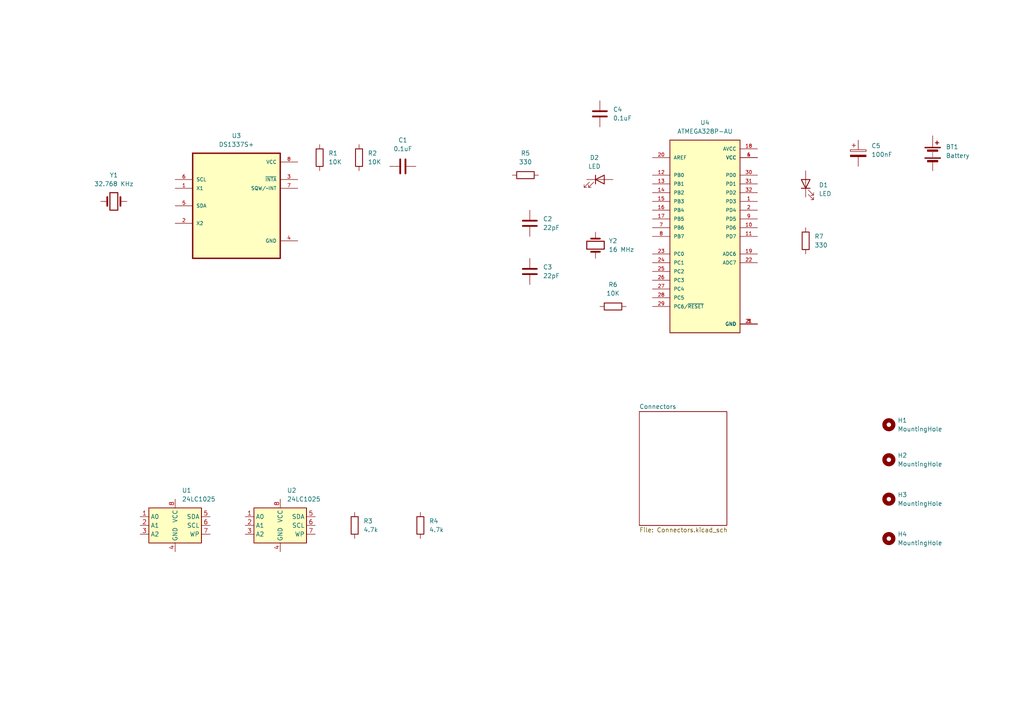
<source format=kicad_sch>
(kicad_sch (version 20230121) (generator eeschema)
  (paper "A4")
  (title_block (title "${project_name}") (date "2023-07-10") (rev "V1.0") (company "Mounchili Inteligencia"))
  (lib_symbols
    (symbol "ATMEGA328P-AU:ATMEGA328P-AU" (pin_names (offset 1.016))
      (property "Reference" "U" (at -10.1755 29.2546 0))
      (property "Value" "ATMEGA328P-AU" (at -10.1669 -31.7714 0))
      (symbol "ATMEGA328P-AU_0_0"
        (rectangle (start -10.16 -27.94) (end 10.16 27.94) (stroke (width 0.254)) (fill (type background)))
        (pin bidirectional line (at 15.24 10.16 180) (length 5.08) (name "PD3") (number "1"))
        (pin bidirectional line (at 15.24 2.54 180) (length 5.08) (name "PD6") (number "10"))
        (pin bidirectional line (at 15.24 0 180) (length 5.08) (name "PD7") (number "11"))
        (pin bidirectional line (at -15.24 17.78 0) (length 5.08) (name "PB0") (number "12"))
        (pin bidirectional line (at -15.24 15.24 0) (length 5.08) (name "PB1") (number "13"))
        (pin bidirectional line (at -15.24 12.7 0) (length 5.08) (name "PB2") (number "14"))
        (pin bidirectional line (at -15.24 10.16 0) (length 5.08) (name "PB3") (number "15"))
        (pin bidirectional line (at -15.24 7.62 0) (length 5.08) (name "PB4") (number "16"))
        (pin bidirectional line (at -15.24 5.08 0) (length 5.08) (name "PB5") (number "17"))
        (pin power_in line (at 15.24 25.4 180) (length 5.08) (name "AVCC") (number "18"))
        (pin bidirectional line (at 15.24 -5.08 180) (length 5.08) (name "ADC6") (number "19"))
        (pin bidirectional line (at 15.24 7.62 180) (length 5.08) (name "PD4") (number "2"))
        (pin input line (at -15.24 22.86 0) (length 5.08) (name "AREF") (number "20"))
        (pin power_in line (at 15.24 -25.4 180) (length 5.08) (name "GND") (number "21"))
        (pin bidirectional line (at 15.24 -7.62 180) (length 5.08) (name "ADC7") (number "22"))
        (pin bidirectional line (at -15.24 -5.08 0) (length 5.08) (name "PC0") (number "23"))
        (pin bidirectional line (at -15.24 -7.62 0) (length 5.08) (name "PC1") (number "24"))
        (pin bidirectional line (at -15.24 -10.16 0) (length 5.08) (name "PC2") (number "25"))
        (pin bidirectional line (at -15.24 -12.7 0) (length 5.08) (name "PC3") (number "26"))
        (pin bidirectional line (at -15.24 -15.24 0) (length 5.08) (name "PC4") (number "27"))
        (pin bidirectional line (at -15.24 -17.78 0) (length 5.08) (name "PC5") (number "28"))
        (pin bidirectional line (at -15.24 -20.32 0) (length 5.08) (name "PC6/~{RESET}") (number "29"))
        (pin power_in line (at 15.24 -25.4 180) (length 5.08) (name "GND") (number "3"))
        (pin bidirectional line (at 15.24 17.78 180) (length 5.08) (name "PD0") (number "30"))
        (pin bidirectional line (at 15.24 15.24 180) (length 5.08) (name "PD1") (number "31"))
        (pin bidirectional line (at 15.24 12.7 180) (length 5.08) (name "PD2") (number "32"))
        (pin power_in line (at 15.24 22.86 180) (length 5.08) (name "VCC") (number "4"))
        (pin power_in line (at 15.24 -25.4 180) (length 5.08) (name "GND") (number "5"))
        (pin power_in line (at 15.24 22.86 180) (length 5.08) (name "VCC") (number "6"))
        (pin bidirectional line (at -15.24 2.54 0) (length 5.08) (name "PB6") (number "7"))
        (pin bidirectional line (at -15.24 0 0) (length 5.08) (name "PB7") (number "8"))
        (pin bidirectional line (at 15.24 5.08 180) (length 5.08) (name "PD5") (number "9"))
      )
    )
    (symbol "DS1337S_:DS1337S+" (pin_names (offset 1.016))
      (property "Reference" "U" (at -12.7 16.24 0))
      (property "Value" "DS1337S+" (at -12.7 -19.24 0))
      (symbol "DS1337S+_0_0"
        (rectangle (start -12.7 -15.24) (end 12.7 15.24) (stroke (width 0.41)) (fill (type background)))
        (pin input line (at -17.78 5.08 0) (length 5.08) (name "X1") (number "1"))
        (pin bidirectional line (at -17.78 -5.08 0) (length 5.08) (name "X2") (number "2"))
        (pin output line (at 17.78 7.62 180) (length 5.08) (name "~{INTA}") (number "3"))
        (pin power_in line (at 17.78 -10.16 180) (length 5.08) (name "GND") (number "4"))
        (pin bidirectional line (at -17.78 0 0) (length 5.08) (name "SDA") (number "5"))
        (pin input line (at -17.78 7.62 0) (length 5.08) (name "SCL") (number "6"))
        (pin output line (at 17.78 5.08 180) (length 5.08) (name "SQW/~INT") (number "7"))
        (pin power_in line (at 17.78 12.7 180) (length 5.08) (name "VCC") (number "8"))
      )
    )
    (symbol "Device:Battery" (pin_numbers hide) (pin_names (offset 0) hide)
      (property "Reference" "BT" (at 2.54 2.54 0))
      (property "Value" "Battery" (at 2.54 0 0))
      (symbol "Battery_0_1"
        (rectangle (start -2.286 -1.27) (end 2.286 -1.524) (fill (type outline)))
        (rectangle (start -2.286 1.778) (end 2.286 1.524) (fill (type outline)))
        (rectangle (start -1.524 -2.032) (end 1.524 -2.54) (fill (type outline)))
        (rectangle (start -1.524 1.016) (end 1.524 0.508) (fill (type outline)))
        (polyline (pts (xy 0 -1.016) (xy 0 -0.762)))
        (polyline (pts (xy 0 -0.508) (xy 0 -0.254)))
        (polyline (pts (xy 0 0) (xy 0 0.254)))
        (polyline (pts (xy 0 1.778) (xy 0 2.54)))
        (polyline (pts (xy 0.762 3.048) (xy 1.778 3.048)) (stroke (width 0.254)))
        (polyline (pts (xy 1.27 3.556) (xy 1.27 2.54)) (stroke (width 0.254)))
      )
      (symbol "Battery_1_1"
        (pin passive line (at 0 5.08 270) (length 2.54) (name "+") (number "1"))
        (pin passive line (at 0 -5.08 90) (length 2.54) (name "-") (number "2"))
      )
    )
    (symbol "Device:C" (pin_numbers hide) (pin_names (offset 0.254))
      (property "Reference" "C" (at 0.635 2.54 0))
      (property "Value" "C" (at 0.635 -2.54 0))
      (symbol "C_0_1"
        (polyline (pts (xy -2.032 -0.762) (xy 2.032 -0.762)) (stroke (width 0.508)))
        (polyline (pts (xy -2.032 0.762) (xy 2.032 0.762)) (stroke (width 0.508)))
      )
      (symbol "C_1_1"
        (pin passive line (at 0 3.81 270) (length 2.794) (name "~") (number "1"))
        (pin passive line (at 0 -3.81 90) (length 2.794) (name "~") (number "2"))
      )
    )
    (symbol "Device:C_Polarized" (pin_numbers hide) (pin_names (offset 0.254))
      (property "Reference" "C" (at 0.635 2.54 0))
      (property "Value" "C_Polarized" (at 0.635 -2.54 0))
      (symbol "C_Polarized_0_1"
        (rectangle (start -2.286 0.508) (end 2.286 1.016))
        (polyline (pts (xy -1.778 2.286) (xy -0.762 2.286)))
        (polyline (pts (xy -1.27 2.794) (xy -1.27 1.778)))
        (rectangle (start 2.286 -0.508) (end -2.286 -1.016) (fill (type outline)))
      )
      (symbol "C_Polarized_1_1"
        (pin passive line (at 0 3.81 270) (length 2.794) (name "~") (number "1"))
        (pin passive line (at 0 -3.81 90) (length 2.794) (name "~") (number "2"))
      )
    )
    (symbol "Device:Crystal" (pin_numbers hide) (pin_names (offset 1.016) hide)
      (property "Reference" "Y" (at 0 3.81 0))
      (property "Value" "Crystal" (at 0 -3.81 0))
      (symbol "Crystal_0_1"
        (rectangle (start -1.143 2.54) (end 1.143 -2.54) (stroke (width 0.3048)))
        (polyline (pts (xy -2.54 0) (xy -1.905 0)))
        (polyline (pts (xy -1.905 -1.27) (xy -1.905 1.27)) (stroke (width 0.508)))
        (polyline (pts (xy 1.905 -1.27) (xy 1.905 1.27)) (stroke (width 0.508)))
        (polyline (pts (xy 2.54 0) (xy 1.905 0)))
      )
      (symbol "Crystal_1_1"
        (pin passive line (at -3.81 0 0) (length 1.27) (name "1") (number "1"))
        (pin passive line (at 3.81 0 180) (length 1.27) (name "2") (number "2"))
      )
    )
    (symbol "Device:LED" (pin_numbers hide) (pin_names (offset 1.016) hide)
      (property "Reference" "D" (at 0 2.54 0))
      (property "Value" "LED" (at 0 -2.54 0))
      (symbol "LED_0_1"
        (polyline (pts (xy -1.27 -1.27) (xy -1.27 1.27)) (stroke (width 0.254)))
        (polyline (pts (xy -1.27 0) (xy 1.27 0)))
        (polyline (pts (xy 1.27 -1.27) (xy 1.27 1.27) (xy -1.27 0) (xy 1.27 -1.27)) (stroke (width 0.254)))
        (polyline (pts (xy -3.048 -0.762) (xy -4.572 -2.286) (xy -3.81 -2.286) (xy -4.572 -2.286) (xy -4.572 -1.524)))
        (polyline (pts (xy -1.778 -0.762) (xy -3.302 -2.286) (xy -2.54 -2.286) (xy -3.302 -2.286) (xy -3.302 -1.524)))
      )
      (symbol "LED_1_1"
        (pin passive line (at -3.81 0 0) (length 2.54) (name "K") (number "1"))
        (pin passive line (at 3.81 0 180) (length 2.54) (name "A") (number "2"))
      )
    )
    (symbol "Device:R" (pin_numbers hide) (pin_names (offset 0))
      (property "Reference" "R" (at 2.032 0 90))
      (property "Value" "R" (at 0 0 90))
      (symbol "R_0_1"
        (rectangle (start -1.016 -2.54) (end 1.016 2.54) (stroke (width 0.254)))
      )
      (symbol "R_1_1"
        (pin passive line (at 0 3.81 270) (length 1.27) (name "~") (number "1"))
        (pin passive line (at 0 -3.81 90) (length 1.27) (name "~") (number "2"))
      )
    )
    (symbol "Mechanical:MountingHole" (pin_names (offset 1.016))
      (property "Reference" "H" (at 0 5.08 0))
      (property "Value" "MountingHole" (at 0 3.175 0))
      (symbol "MountingHole_0_1"
        (circle (center 0 0) (radius 1.27) (stroke (width 1.27)))
      )
    )
    (symbol "Memory_EEPROM:24LC1025"
      (property "Reference" "U" (at -6.35 6.35 0))
      (property "Value" "24LC1025" (at 1.27 6.35 0))
      (symbol "24LC1025_1_1"
        (rectangle (start -7.62 5.08) (end 7.62 -5.08) (stroke (width 0.254)) (fill (type background)))
        (pin input line (at -10.16 2.54 0) (length 2.54) (name "A0") (number "1"))
        (pin input line (at -10.16 0 0) (length 2.54) (name "A1") (number "2"))
        (pin input line (at -10.16 -2.54 0) (length 2.54) (name "A2") (number "3"))
        (pin power_in line (at 0 -7.62 90) (length 2.54) (name "GND") (number "4"))
        (pin bidirectional line (at 10.16 2.54 180) (length 2.54) (name "SDA") (number "5"))
        (pin input line (at 10.16 0 180) (length 2.54) (name "SCL") (number "6"))
        (pin input line (at 10.16 -2.54 180) (length 2.54) (name "WP") (number "7"))
        (pin power_in line (at 0 7.62 270) (length 2.54) (name "VCC") (number "8"))
      )
    )
  )
  (symbol (lib_id "Mechanical:MountingHole") (at 257.81 123.19 0) (unit 1)
    (property "Reference" "H1" (at 260.35 121.92 0) (effects (justify left)))
    (property "Value" "MountingHole" (at 260.35 124.46 0) (effects (justify left)))
  )
  (symbol (lib_id "Device:C") (at 116.84 48.26 90) (unit 1)
    (property "Reference" "C1" (at 116.84 40.64 90))
    (property "Value" "0.1uF" (at 116.84 43.18 90))
  )
  (symbol (lib_id "Mechanical:MountingHole") (at 257.81 133.35 0) (unit 1)
    (property "Reference" "H2" (at 260.35 132.08 0) (effects (justify left)))
    (property "Value" "MountingHole" (at 260.35 134.62 0) (effects (justify left)))
  )
  (symbol (lib_id "ATMEGA328P-AU:ATMEGA328P-AU") (at 204.47 68.58 0) (unit 1)
    (property "Reference" "U4" (at 204.47 35.56 0))
    (property "Value" "ATMEGA328P-AU" (at 204.47 38.1 0))
    (property "Footprint" "QFP80P900X900X120-32N" (effects hide))
    (property "MANUFACTURER" "Atmel" (effects hide))
  )
  (symbol (lib_id "Device:LED") (at 173.99 52.07 0) (unit 1)
    (property "Reference" "D2" (at 172.4025 45.72 0))
    (property "Value" "LED" (at 172.4025 48.26 0))
  )
  (symbol (lib_id "Device:C") (at 173.99 33.02 0) (unit 1)
    (property "Reference" "C4" (at 177.8 31.75 0) (effects (justify left)))
    (property "Value" "0.1uF" (at 177.8 34.29 0) (effects (justify left)))
  )
  (symbol (lib_id "Device:Crystal") (at 172.72 71.12 90) (unit 1)
    (property "Reference" "Y2" (at 176.53 69.85 90) (effects (justify right)))
    (property "Value" "16 MHz" (at 176.53 72.39 90) (effects (justify right)))
  )
  (symbol (lib_id "Device:C_Polarized") (at 248.92 44.45 0) (unit 1)
    (property "Reference" "C5" (at 252.73 42.291 0) (effects (justify left)))
    (property "Value" "100nF" (at 252.73 44.831 0) (effects (justify left)))
  )
  (symbol (lib_id "Device:Crystal") (at 33.02 58.42 0) (unit 1)
    (property "Reference" "Y1" (at 33.02 50.8 0))
    (property "Value" "32.768 KHz" (at 33.02 53.34 0))
  )
  (symbol (lib_id "Device:R") (at 104.14 45.72 0) (unit 1)
    (property "Reference" "R2" (at 106.68 44.45 0) (effects (justify left)))
    (property "Value" "10K" (at 106.68 46.99 0) (effects (justify left)))
  )
  (symbol (lib_id "Device:R") (at 92.71 45.72 0) (unit 1)
    (property "Reference" "R1" (at 95.25 44.45 0) (effects (justify left)))
    (property "Value" "10K" (at 95.25 46.99 0) (effects (justify left)))
  )
  (symbol (lib_id "Device:C") (at 153.67 78.74 0) (unit 1)
    (property "Reference" "C3" (at 157.48 77.47 0) (effects (justify left)))
    (property "Value" "22pF" (at 157.48 80.01 0) (effects (justify left)))
  )
  (symbol (lib_id "Memory_EEPROM:24LC1025") (at 81.28 152.4 0) (unit 1)
    (property "Reference" "U2" (at 83.2359 142.24 0) (effects (justify left)))
    (property "Value" "24LC1025" (at 83.2359 144.78 0) (effects (justify left)))
    (property "Datasheet" "http://ww1.microchip.com/downloads/en/DeviceDoc/21941B.pdf" (effects hide))
  )
  (symbol (lib_id "DS1337S_:DS1337S+") (at 68.58 59.69 0) (unit 1)
    (property "Reference" "U3" (at 68.58 39.37 0))
    (property "Value" "DS1337S+" (at 68.58 41.91 0))
    (property "Footprint" "SOIC127P600X175-8N" (effects hide))
  )
  (symbol (lib_id "Device:LED") (at 233.68 53.34 90) (unit 1)
    (property "Reference" "D1" (at 237.49 53.6575 90) (effects (justify right)))
    (property "Value" "LED" (at 237.49 56.1975 90) (effects (justify right)))
  )
  (symbol (lib_id "Device:R") (at 177.8 88.9 90) (unit 1)
    (property "Reference" "R6" (at 177.8 82.55 90))
    (property "Value" "10K" (at 177.8 85.09 90))
  )
  (symbol (lib_id "Device:R") (at 233.68 69.85 0) (unit 1)
    (property "Reference" "R7" (at 236.22 68.58 0) (effects (justify left)))
    (property "Value" "330" (at 236.22 71.12 0) (effects (justify left)))
  )
  (symbol (lib_id "Device:R") (at 152.4 50.8 90) (unit 1)
    (property "Reference" "R5" (at 152.4 44.45 90))
    (property "Value" "330" (at 152.4 46.99 90))
  )
  (symbol (lib_id "Mechanical:MountingHole") (at 257.81 144.78 0) (unit 1)
    (property "Reference" "H3" (at 260.35 143.51 0) (effects (justify left)))
    (property "Value" "MountingHole" (at 260.35 146.05 0) (effects (justify left)))
  )
  (symbol (lib_id "Memory_EEPROM:24LC1025") (at 50.8 152.4 0) (unit 1)
    (property "Reference" "U1" (at 52.7559 142.24 0) (effects (justify left)))
    (property "Value" "24LC1025" (at 52.7559 144.78 0) (effects (justify left)))
    (property "Datasheet" "http://ww1.microchip.com/downloads/en/DeviceDoc/21941B.pdf" (effects hide))
  )
  (symbol (lib_id "Mechanical:MountingHole") (at 257.81 156.21 0) (unit 1)
    (property "Reference" "H4" (at 260.35 154.94 0) (effects (justify left)))
    (property "Value" "MountingHole" (at 260.35 157.48 0) (effects (justify left)))
  )
  (symbol (lib_id "Device:R") (at 121.92 152.4 0) (unit 1)
    (property "Reference" "R4" (at 124.46 151.13 0) (effects (justify left)))
    (property "Value" "4.7k" (at 124.46 153.67 0) (effects (justify left)))
  )
  (symbol (lib_id "Device:C") (at 153.67 64.77 0) (unit 1)
    (property "Reference" "C2" (at 157.48 63.5 0) (effects (justify left)))
    (property "Value" "22pF" (at 157.48 66.04 0) (effects (justify left)))
  )
  (symbol (lib_id "Device:Battery") (at 270.51 44.45 0) (unit 1)
    (property "Reference" "BT1" (at 274.32 42.6085 0) (effects (justify left)))
    (property "Value" "Battery" (at 274.32 45.1485 0) (effects (justify left)))
  )
  (symbol (lib_id "Device:R") (at 102.87 152.4 0) (unit 1)
    (property "Reference" "R3" (at 105.41 151.13 0) (effects (justify left)))
    (property "Value" "4.7k" (at 105.41 153.67 0) (effects (justify left)))
  )
  (sheet (at 185.42 119.38) (size 25.4 33.02) (stroke (width 0.1524))
    (property "Sheetname" "Connectors" (at 185.42 118.6684 0) (effects (justify left bottom)))
    (property "Sheetfile" "Connectors.kicad_sch" (at 185.42 152.9846 0) (effects (justify left top)))
  )
)
</source>
